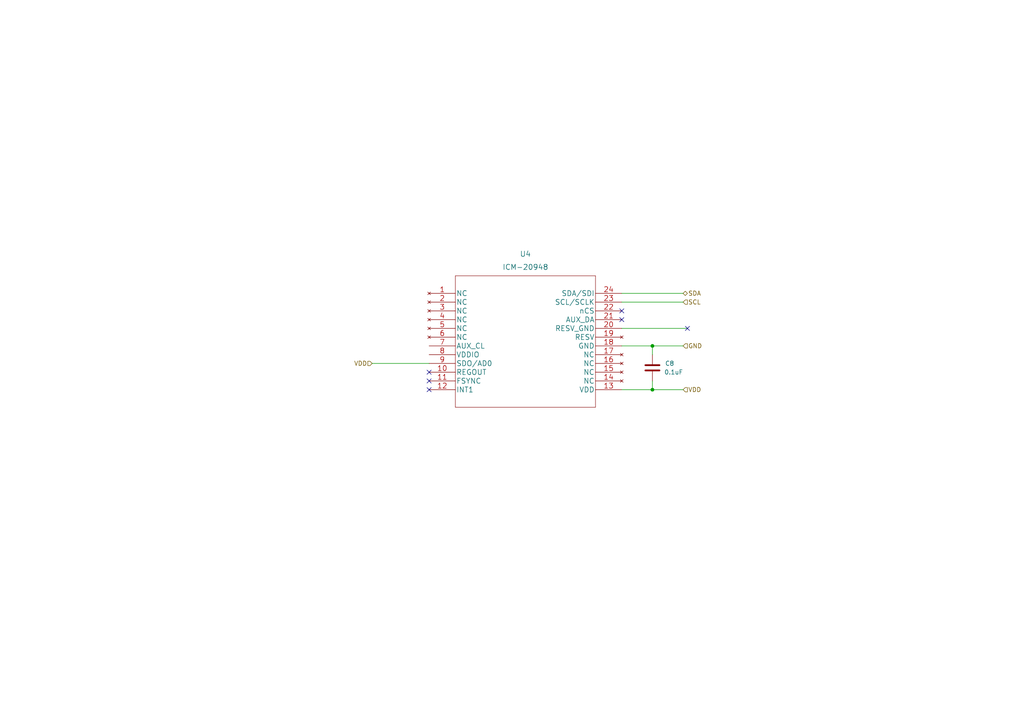
<source format=kicad_sch>
(kicad_sch (version 20211123) (generator eeschema)

  (uuid 103a284d-ee0f-4a43-aeda-897caf2e8367)

  (paper "A4")

  (lib_symbols
    (symbol "9_Axis_MEMS:ICM-20948" (pin_names (offset 0.254)) (in_bom yes) (on_board yes)
      (property "Reference" "U" (id 0) (at 27.94 10.16 0)
        (effects (font (size 1.524 1.524)))
      )
      (property "Value" "ICM-20948" (id 1) (at 27.94 7.62 0)
        (effects (font (size 1.524 1.524)))
      )
      (property "Footprint" "QFN24_3X3X0P9_IVS" (id 2) (at 27.94 6.096 0)
        (effects (font (size 1.524 1.524)) hide)
      )
      (property "Datasheet" "" (id 3) (at 0 0 0)
        (effects (font (size 1.524 1.524)))
      )
      (property "ki_locked" "" (id 4) (at 0 0 0)
        (effects (font (size 1.27 1.27)))
      )
      (property "ki_fp_filters" "QFN24_3X3X0P9_IVS QFN24_3X3X0P9_IVS-M QFN24_3X3X0P9_IVS-L" (id 5) (at 0 0 0)
        (effects (font (size 1.27 1.27)) hide)
      )
      (symbol "ICM-20948_1_1"
        (polyline
          (pts
            (xy 7.62 -33.02)
            (xy 48.26 -33.02)
          )
          (stroke (width 0.127) (type default) (color 0 0 0 0))
          (fill (type none))
        )
        (polyline
          (pts
            (xy 7.62 5.08)
            (xy 7.62 -33.02)
          )
          (stroke (width 0.127) (type default) (color 0 0 0 0))
          (fill (type none))
        )
        (polyline
          (pts
            (xy 48.26 -33.02)
            (xy 48.26 5.08)
          )
          (stroke (width 0.127) (type default) (color 0 0 0 0))
          (fill (type none))
        )
        (polyline
          (pts
            (xy 48.26 5.08)
            (xy 7.62 5.08)
          )
          (stroke (width 0.127) (type default) (color 0 0 0 0))
          (fill (type none))
        )
        (pin no_connect line (at 0 0 0) (length 7.62)
          (name "NC" (effects (font (size 1.4986 1.4986))))
          (number "1" (effects (font (size 1.4986 1.4986))))
        )
        (pin output line (at 0 -22.86 0) (length 7.62)
          (name "REGOUT" (effects (font (size 1.4986 1.4986))))
          (number "10" (effects (font (size 1.4986 1.4986))))
        )
        (pin input line (at 0 -25.4 0) (length 7.62)
          (name "FSYNC" (effects (font (size 1.4986 1.4986))))
          (number "11" (effects (font (size 1.4986 1.4986))))
        )
        (pin output line (at 0 -27.94 0) (length 7.62)
          (name "INT1" (effects (font (size 1.4986 1.4986))))
          (number "12" (effects (font (size 1.4986 1.4986))))
        )
        (pin power_in line (at 55.88 -27.94 180) (length 7.62)
          (name "VDD" (effects (font (size 1.4986 1.4986))))
          (number "13" (effects (font (size 1.4986 1.4986))))
        )
        (pin no_connect line (at 55.88 -25.4 180) (length 7.62)
          (name "NC" (effects (font (size 1.4986 1.4986))))
          (number "14" (effects (font (size 1.4986 1.4986))))
        )
        (pin no_connect line (at 55.88 -22.86 180) (length 7.62)
          (name "NC" (effects (font (size 1.4986 1.4986))))
          (number "15" (effects (font (size 1.4986 1.4986))))
        )
        (pin no_connect line (at 55.88 -20.32 180) (length 7.62)
          (name "NC" (effects (font (size 1.4986 1.4986))))
          (number "16" (effects (font (size 1.4986 1.4986))))
        )
        (pin no_connect line (at 55.88 -17.78 180) (length 7.62)
          (name "NC" (effects (font (size 1.4986 1.4986))))
          (number "17" (effects (font (size 1.4986 1.4986))))
        )
        (pin power_in line (at 55.88 -15.24 180) (length 7.62)
          (name "GND" (effects (font (size 1.4986 1.4986))))
          (number "18" (effects (font (size 1.4986 1.4986))))
        )
        (pin no_connect line (at 55.88 -12.7 180) (length 7.62)
          (name "RESV" (effects (font (size 1.4986 1.4986))))
          (number "19" (effects (font (size 1.4986 1.4986))))
        )
        (pin no_connect line (at 0 -2.54 0) (length 7.62)
          (name "NC" (effects (font (size 1.4986 1.4986))))
          (number "2" (effects (font (size 1.4986 1.4986))))
        )
        (pin power_in line (at 55.88 -10.16 180) (length 7.62)
          (name "RESV_GND" (effects (font (size 1.4986 1.4986))))
          (number "20" (effects (font (size 1.4986 1.4986))))
        )
        (pin unspecified line (at 55.88 -7.62 180) (length 7.62)
          (name "AUX_DA" (effects (font (size 1.4986 1.4986))))
          (number "21" (effects (font (size 1.4986 1.4986))))
        )
        (pin input line (at 55.88 -5.08 180) (length 7.62)
          (name "nCS" (effects (font (size 1.4986 1.4986))))
          (number "22" (effects (font (size 1.4986 1.4986))))
        )
        (pin input line (at 55.88 -2.54 180) (length 7.62)
          (name "SCL/SCLK" (effects (font (size 1.4986 1.4986))))
          (number "23" (effects (font (size 1.4986 1.4986))))
        )
        (pin input line (at 55.88 0 180) (length 7.62)
          (name "SDA/SDI" (effects (font (size 1.4986 1.4986))))
          (number "24" (effects (font (size 1.4986 1.4986))))
        )
        (pin no_connect line (at 0 -5.08 0) (length 7.62)
          (name "NC" (effects (font (size 1.4986 1.4986))))
          (number "3" (effects (font (size 1.4986 1.4986))))
        )
        (pin no_connect line (at 0 -7.62 0) (length 7.62)
          (name "NC" (effects (font (size 1.4986 1.4986))))
          (number "4" (effects (font (size 1.4986 1.4986))))
        )
        (pin no_connect line (at 0 -10.16 0) (length 7.62)
          (name "NC" (effects (font (size 1.4986 1.4986))))
          (number "5" (effects (font (size 1.4986 1.4986))))
        )
        (pin no_connect line (at 0 -12.7 0) (length 7.62)
          (name "NC" (effects (font (size 1.4986 1.4986))))
          (number "6" (effects (font (size 1.4986 1.4986))))
        )
        (pin unspecified line (at 0 -15.24 0) (length 7.62)
          (name "AUX_CL" (effects (font (size 1.4986 1.4986))))
          (number "7" (effects (font (size 1.4986 1.4986))))
        )
        (pin power_in line (at 0 -17.78 0) (length 7.62)
          (name "VDDIO" (effects (font (size 1.4986 1.4986))))
          (number "8" (effects (font (size 1.4986 1.4986))))
        )
        (pin bidirectional line (at 0 -20.32 0) (length 7.62)
          (name "SDO/AD0" (effects (font (size 1.4986 1.4986))))
          (number "9" (effects (font (size 1.4986 1.4986))))
        )
      )
    )
    (symbol "Device:C" (pin_numbers hide) (pin_names (offset 0.254)) (in_bom yes) (on_board yes)
      (property "Reference" "C" (id 0) (at 0.635 2.54 0)
        (effects (font (size 1.27 1.27)) (justify left))
      )
      (property "Value" "C" (id 1) (at 0.635 -2.54 0)
        (effects (font (size 1.27 1.27)) (justify left))
      )
      (property "Footprint" "" (id 2) (at 0.9652 -3.81 0)
        (effects (font (size 1.27 1.27)) hide)
      )
      (property "Datasheet" "~" (id 3) (at 0 0 0)
        (effects (font (size 1.27 1.27)) hide)
      )
      (property "ki_keywords" "cap capacitor" (id 4) (at 0 0 0)
        (effects (font (size 1.27 1.27)) hide)
      )
      (property "ki_description" "Unpolarized capacitor" (id 5) (at 0 0 0)
        (effects (font (size 1.27 1.27)) hide)
      )
      (property "ki_fp_filters" "C_*" (id 6) (at 0 0 0)
        (effects (font (size 1.27 1.27)) hide)
      )
      (symbol "C_0_1"
        (polyline
          (pts
            (xy -2.032 -0.762)
            (xy 2.032 -0.762)
          )
          (stroke (width 0.508) (type default) (color 0 0 0 0))
          (fill (type none))
        )
        (polyline
          (pts
            (xy -2.032 0.762)
            (xy 2.032 0.762)
          )
          (stroke (width 0.508) (type default) (color 0 0 0 0))
          (fill (type none))
        )
      )
      (symbol "C_1_1"
        (pin passive line (at 0 3.81 270) (length 2.794)
          (name "~" (effects (font (size 1.27 1.27))))
          (number "1" (effects (font (size 1.27 1.27))))
        )
        (pin passive line (at 0 -3.81 90) (length 2.794)
          (name "~" (effects (font (size 1.27 1.27))))
          (number "2" (effects (font (size 1.27 1.27))))
        )
      )
    )
  )

  (junction (at 189.23 100.33) (diameter 0) (color 0 0 0 0)
    (uuid cf0e1685-6969-46b9-ab1b-67fb82accfab)
  )
  (junction (at 189.23 113.03) (diameter 0) (color 0 0 0 0)
    (uuid d0bb4f3b-8472-4046-81a3-22bdb19ed30a)
  )

  (no_connect (at 180.34 90.17) (uuid d3b09bc5-1eb1-4fda-8779-9b41176b6e02))
  (no_connect (at 180.34 92.71) (uuid d3b09bc5-1eb1-4fda-8779-9b41176b6e02))
  (no_connect (at 199.39 95.25) (uuid d3b09bc5-1eb1-4fda-8779-9b41176b6e02))
  (no_connect (at 124.46 107.95) (uuid d3b09bc5-1eb1-4fda-8779-9b41176b6e02))
  (no_connect (at 124.46 110.49) (uuid d3b09bc5-1eb1-4fda-8779-9b41176b6e02))
  (no_connect (at 124.46 113.03) (uuid d3b09bc5-1eb1-4fda-8779-9b41176b6e02))

  (wire (pts (xy 107.95 105.41) (xy 124.46 105.41))
    (stroke (width 0) (type default) (color 0 0 0 0))
    (uuid 01231dda-92dc-471f-b307-c8b60cc00bfa)
  )
  (wire (pts (xy 180.34 95.25) (xy 199.39 95.25))
    (stroke (width 0) (type default) (color 0 0 0 0))
    (uuid 1abedfbb-c41f-423c-b3ca-8226a1e7ea8a)
  )
  (wire (pts (xy 189.23 100.33) (xy 198.12 100.33))
    (stroke (width 0) (type default) (color 0 0 0 0))
    (uuid 26749d68-3196-4da2-bbf9-658d3714b1a1)
  )
  (wire (pts (xy 189.23 110.49) (xy 189.23 113.03))
    (stroke (width 0) (type default) (color 0 0 0 0))
    (uuid 36114a68-3212-490c-987f-1df912194233)
  )
  (wire (pts (xy 180.34 87.63) (xy 198.12 87.63))
    (stroke (width 0) (type default) (color 0 0 0 0))
    (uuid 6472d2e7-3b91-4f47-800e-b0facfffa28f)
  )
  (wire (pts (xy 189.23 113.03) (xy 198.12 113.03))
    (stroke (width 0) (type default) (color 0 0 0 0))
    (uuid 683e44b6-3323-49e4-b6ba-937e4237f469)
  )
  (wire (pts (xy 180.34 85.09) (xy 198.12 85.09))
    (stroke (width 0) (type default) (color 0 0 0 0))
    (uuid 8616c935-545c-4169-8927-3944d88f819f)
  )
  (wire (pts (xy 180.34 100.33) (xy 189.23 100.33))
    (stroke (width 0) (type default) (color 0 0 0 0))
    (uuid 9bc18918-bf8d-4862-9d00-eab6cdc265ca)
  )
  (wire (pts (xy 189.23 100.33) (xy 189.23 102.87))
    (stroke (width 0) (type default) (color 0 0 0 0))
    (uuid e94bf17f-ad8d-48a4-af2c-3094e8fdd0c6)
  )
  (wire (pts (xy 180.34 113.03) (xy 189.23 113.03))
    (stroke (width 0) (type default) (color 0 0 0 0))
    (uuid eff74904-b46b-42a3-8396-c97068dd9c6d)
  )

  (hierarchical_label "VDD" (shape input) (at 198.12 113.03 0)
    (effects (font (size 1.27 1.27)) (justify left))
    (uuid 4ec9f127-22a3-48b3-a661-5e90c252232e)
  )
  (hierarchical_label "VDD" (shape input) (at 107.95 105.41 180)
    (effects (font (size 1.27 1.27)) (justify right))
    (uuid 66f55014-9d8b-4dee-9eb2-38a6bb30732e)
  )
  (hierarchical_label "GND" (shape input) (at 198.12 100.33 0)
    (effects (font (size 1.27 1.27)) (justify left))
    (uuid 85965637-877e-41f5-9ada-b5e0865661a8)
  )
  (hierarchical_label "SCL" (shape input) (at 198.12 87.63 0)
    (effects (font (size 1.27 1.27)) (justify left))
    (uuid fce0cfcc-5417-4aa8-9d11-3a7c6430ae44)
  )
  (hierarchical_label "SDA" (shape bidirectional) (at 198.12 85.09 0)
    (effects (font (size 1.27 1.27)) (justify left))
    (uuid fd75f9cf-ac74-4cad-be25-aac483bbcde5)
  )

  (symbol (lib_id "Device:C") (at 189.23 106.68 180) (unit 1)
    (in_bom yes) (on_board yes)
    (uuid aa074705-eb5b-49c6-b06e-f883112d280b)
    (property "Reference" "C8" (id 0) (at 195.58 105.41 0)
      (effects (font (size 1.27 1.27)) (justify left))
    )
    (property "Value" "0.1uF" (id 1) (at 198.12 107.95 0)
      (effects (font (size 1.27 1.27)) (justify left))
    )
    (property "Footprint" "Capacitor_SMD:C_0603_1608Metric_Pad1.08x0.95mm_HandSolder" (id 2) (at 188.2648 102.87 0)
      (effects (font (size 1.27 1.27)) hide)
    )
    (property "Datasheet" "~" (id 3) (at 189.23 106.68 0)
      (effects (font (size 1.27 1.27)) hide)
    )
    (property "Voltage" "25V" (id 4) (at 189.23 106.68 0)
      (effects (font (size 1.27 1.27)) hide)
    )
    (property "Mfr. #" "CL10B104KA8NNNC" (id 5) (at 189.23 106.68 0)
      (effects (font (size 1.27 1.27)) hide)
    )
    (property "Order" "https://www.digikey.com/product-detail/en/samsung-electro-mechanics/CL10B104KA8NNNC/1276-1006-1-ND/3889092" (id 6) (at 189.23 106.68 0)
      (effects (font (size 1.27 1.27)) hide)
    )
    (pin "1" (uuid 40b1b13a-d75d-40ad-a21a-01f040dd978d))
    (pin "2" (uuid 1ecc1a3d-7945-4355-839a-50fb22423d5d))
  )

  (symbol (lib_id "9_Axis_MEMS:ICM-20948") (at 124.46 85.09 0) (unit 1)
    (in_bom yes) (on_board yes) (fields_autoplaced)
    (uuid e8d4f763-f063-4370-a222-014e53b66943)
    (property "Reference" "U4" (id 0) (at 152.4 73.66 0)
      (effects (font (size 1.524 1.524)))
    )
    (property "Value" "ICM-20948" (id 1) (at 152.4 77.47 0)
      (effects (font (size 1.524 1.524)))
    )
    (property "Footprint" "QFN24_3X3X0P9_IVS" (id 2) (at 152.4 78.994 0)
      (effects (font (size 1.524 1.524)) hide)
    )
    (property "Datasheet" "" (id 3) (at 124.46 85.09 0)
      (effects (font (size 1.524 1.524)))
    )
    (pin "1" (uuid cc566b25-eecf-469e-bca7-093538359953))
    (pin "10" (uuid 07fdab3d-1d43-436b-918c-7c336e3a4ef7))
    (pin "11" (uuid 2e8a46e1-8d97-4630-bb78-814e3fb97312))
    (pin "12" (uuid 6798db73-e9e1-4d62-98f9-1227ab7bc222))
    (pin "13" (uuid a468bf2b-3e53-4f64-8a76-547c80af1c9a))
    (pin "14" (uuid 8cf45c87-4597-4dd5-9db6-1d86a6ecd25b))
    (pin "15" (uuid 2808bf90-ef5c-4300-87a6-1838f59dc711))
    (pin "16" (uuid fd88eb37-22d8-469e-8e1e-6ef7dc1c9bd3))
    (pin "17" (uuid e7817aad-c872-4820-8d14-32af14cc649a))
    (pin "18" (uuid 12d8e9b6-1cac-4745-8542-a7ef48979842))
    (pin "19" (uuid 3ba5f102-5679-4d4b-9868-ddd3c0dc7f93))
    (pin "2" (uuid 9fd8ede5-207d-489c-9186-ee8f293f49c8))
    (pin "20" (uuid 4e3da4dc-dd49-4b21-9654-5dcd10365203))
    (pin "21" (uuid 29980ada-d9a4-44ae-9fda-4f3a597b1d66))
    (pin "22" (uuid 6c259f26-aadd-4f40-b15b-9d98d44c7e0c))
    (pin "23" (uuid 3e98d0ae-0838-412b-b274-7ed717f1dac7))
    (pin "24" (uuid d61308bb-83c1-4be5-a90a-95e029ba1b0c))
    (pin "3" (uuid 0acccdc7-81d2-427f-a44b-bb3de6042e85))
    (pin "4" (uuid e2098eab-3f6b-4127-9d42-ace268897076))
    (pin "5" (uuid a34b4b43-e03c-4f6c-98ec-0b88f8c20cce))
    (pin "6" (uuid 320aa957-fb52-4206-84b9-49f9d30f58d6))
    (pin "7" (uuid c813314a-10ff-400b-a778-b90b5592ce8d))
    (pin "8" (uuid a416c95f-b1c1-426a-8e11-b6b2c475fb85))
    (pin "9" (uuid 8355f0d2-2dc7-46d1-99d2-b0e48b44554a))
  )
)

</source>
